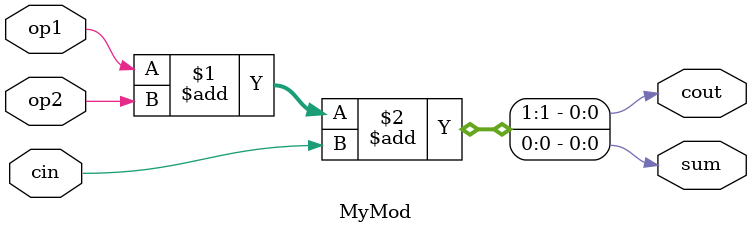
<source format=sv>
module MyMod(input op1, input op2, input cin, output sum, output cout);
   assign {cout, sum} = op1 + op2 + cin;
endmodule

</source>
